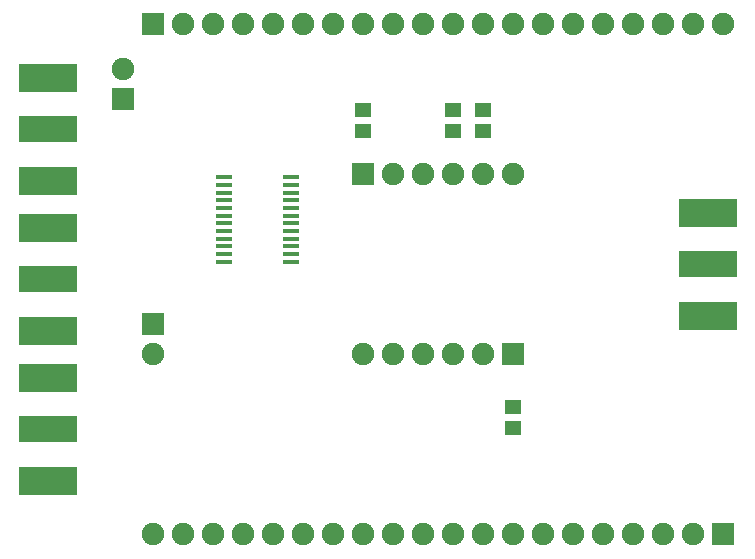
<source format=gbr>
G04 #@! TF.GenerationSoftware,KiCad,Pcbnew,5.0.0-rc2-dev-unknown-5ef715f~63~ubuntu16.04.1*
G04 #@! TF.CreationDate,2018-05-28T16:07:58+01:00*
G04 #@! TF.ProjectId,nano-shield,6E616E6F2D736869656C642E6B696361,rev?*
G04 #@! TF.SameCoordinates,Original*
G04 #@! TF.FileFunction,Soldermask,Top*
G04 #@! TF.FilePolarity,Negative*
%FSLAX46Y46*%
G04 Gerber Fmt 4.6, Leading zero omitted, Abs format (unit mm)*
G04 Created by KiCad (PCBNEW 5.0.0-rc2-dev-unknown-5ef715f~63~ubuntu16.04.1) date Mon May 28 16:07:58 2018*
%MOMM*%
%LPD*%
G01*
G04 APERTURE LIST*
%ADD10R,1.350000X0.450000*%
%ADD11C,1.900000*%
%ADD12R,1.900000X1.900000*%
%ADD13R,1.450000X1.150000*%
%ADD14R,5.000000X2.400000*%
%ADD15R,5.000000X2.300000*%
G04 APERTURE END LIST*
D10*
X54275000Y-43415000D03*
X54275000Y-44065000D03*
X54275000Y-44715000D03*
X54275000Y-45365000D03*
X54275000Y-46015000D03*
X54275000Y-46665000D03*
X54275000Y-47315000D03*
X54275000Y-47965000D03*
X54275000Y-48615000D03*
X54275000Y-49265000D03*
X54275000Y-49915000D03*
X54275000Y-50565000D03*
X60025000Y-50565000D03*
X60025000Y-49915000D03*
X60025000Y-49265000D03*
X60025000Y-48615000D03*
X60025000Y-47965000D03*
X60025000Y-47315000D03*
X60025000Y-46665000D03*
X60025000Y-46015000D03*
X60025000Y-45365000D03*
X60025000Y-44715000D03*
X60025000Y-44065000D03*
X60025000Y-43415000D03*
D11*
X48259999Y-73660000D03*
X50799999Y-73660000D03*
X53339999Y-73660000D03*
X55879999Y-73660000D03*
X58419999Y-73660000D03*
X60959999Y-73660000D03*
X63499999Y-73660000D03*
X66039999Y-73660000D03*
X68579999Y-73660000D03*
X71119999Y-73660000D03*
X73659999Y-73660000D03*
X76199999Y-73660000D03*
X78739999Y-73660000D03*
X81279999Y-73660000D03*
X83819999Y-73660000D03*
X86359999Y-73660000D03*
X88899999Y-73660000D03*
X91439999Y-73660000D03*
X93979999Y-73660000D03*
D12*
X96519999Y-73660000D03*
X48260000Y-30480000D03*
D11*
X50800000Y-30480000D03*
X53340000Y-30480000D03*
X55880000Y-30480000D03*
X58420000Y-30480000D03*
X60960000Y-30480000D03*
X63500000Y-30480000D03*
X66040000Y-30480000D03*
X68580000Y-30480000D03*
X71120000Y-30480000D03*
X73660000Y-30480000D03*
X76200000Y-30480000D03*
X78740000Y-30480000D03*
X81280000Y-30480000D03*
X83820000Y-30480000D03*
X86360000Y-30480000D03*
X88900000Y-30480000D03*
X91440000Y-30480000D03*
X93980000Y-30480000D03*
X96520000Y-30480000D03*
D12*
X66040000Y-43180000D03*
D11*
X68580000Y-43180000D03*
X71120000Y-43180000D03*
X73660000Y-43180000D03*
X76200000Y-43180000D03*
X78740000Y-43180000D03*
X66040000Y-58420000D03*
X68580000Y-58420000D03*
X71120000Y-58420000D03*
X73660000Y-58420000D03*
X76200000Y-58420000D03*
D12*
X78740000Y-58420000D03*
X45720000Y-36830001D03*
D11*
X45720000Y-34290001D03*
X48260000Y-58420000D03*
D12*
X48260000Y-55880000D03*
D13*
X66040000Y-39508000D03*
X66040000Y-37708000D03*
X73660000Y-37708000D03*
X73660000Y-39508000D03*
X76200000Y-39508000D03*
X76200000Y-37708000D03*
X78740000Y-62854000D03*
X78740000Y-64654000D03*
D14*
X95250000Y-55175000D03*
X95250000Y-46425000D03*
D15*
X95250000Y-50800000D03*
X39370000Y-64770000D03*
D14*
X39370000Y-69145000D03*
X39370000Y-60395000D03*
X39370000Y-34995000D03*
X39370000Y-43745000D03*
D15*
X39370000Y-39370000D03*
X39370000Y-52070000D03*
D14*
X39370000Y-56445000D03*
X39370000Y-47695000D03*
M02*

</source>
